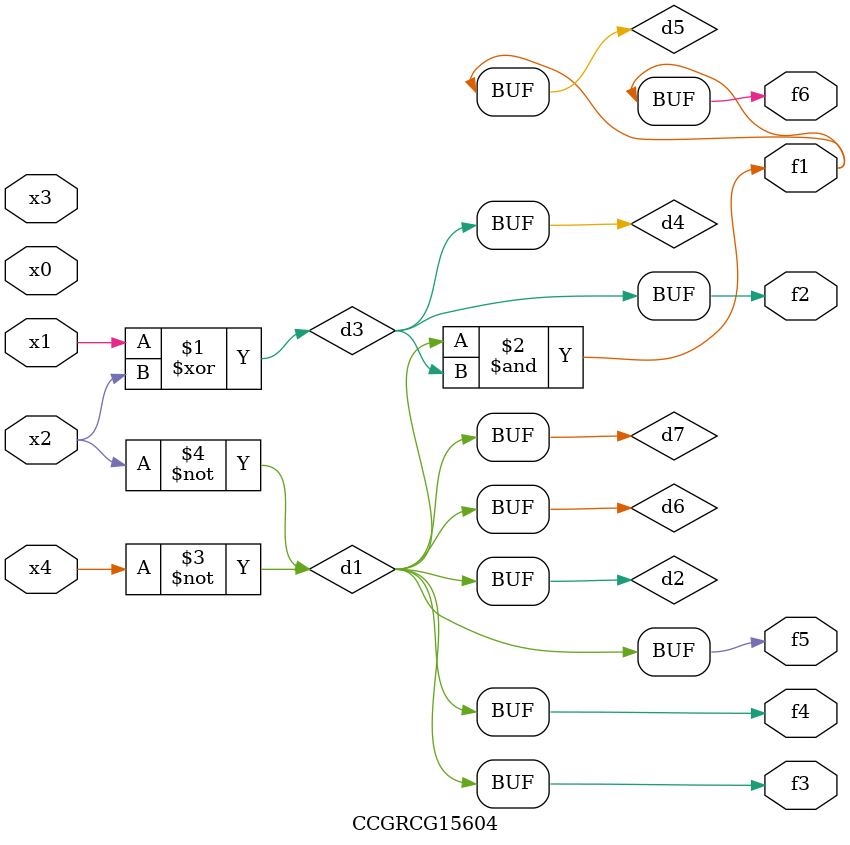
<source format=v>
module CCGRCG15604(
	input x0, x1, x2, x3, x4,
	output f1, f2, f3, f4, f5, f6
);

	wire d1, d2, d3, d4, d5, d6, d7;

	not (d1, x4);
	not (d2, x2);
	xor (d3, x1, x2);
	buf (d4, d3);
	and (d5, d1, d3);
	buf (d6, d1, d2);
	buf (d7, d2);
	assign f1 = d5;
	assign f2 = d4;
	assign f3 = d7;
	assign f4 = d7;
	assign f5 = d7;
	assign f6 = d5;
endmodule

</source>
